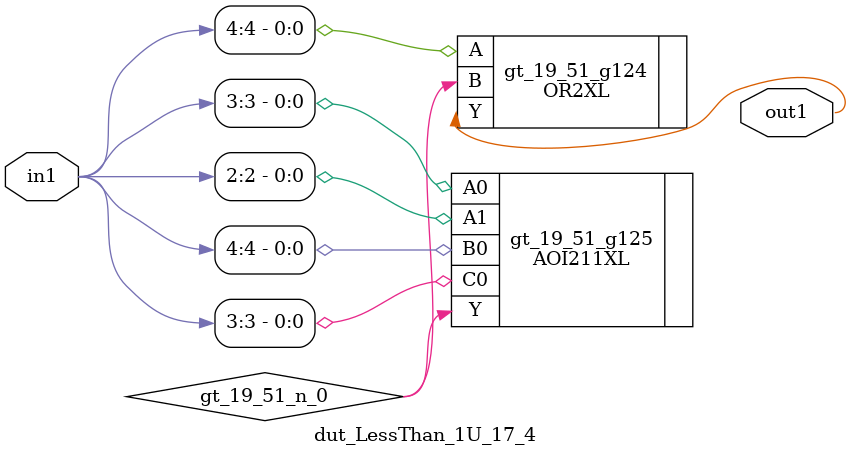
<source format=v>
`timescale 1ps / 1ps


module dut_LessThan_1U_17_4(in1, out1);
  input [4:0] in1;
  output out1;
  wire [4:0] in1;
  wire out1;
  wire gt_19_51_n_0;
  OR2XL gt_19_51_g124(.A (in1[4]), .B (gt_19_51_n_0), .Y (out1));
  AOI211XL gt_19_51_g125(.A0 (in1[3]), .A1 (in1[2]), .B0 (in1[4]), .C0
       (in1[3]), .Y (gt_19_51_n_0));
endmodule



</source>
